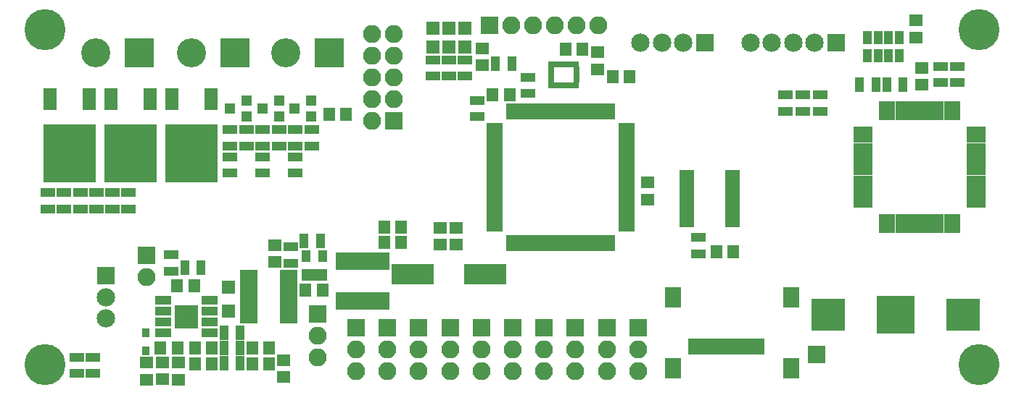
<source format=gbr>
G04 #@! TF.FileFunction,Soldermask,Top*
%FSLAX46Y46*%
G04 Gerber Fmt 4.6, Leading zero omitted, Abs format (unit mm)*
G04 Created by KiCad (PCBNEW 4.0.7) date 01/31/18 14:54:27*
%MOMM*%
%LPD*%
G01*
G04 APERTURE LIST*
%ADD10C,0.100000*%
%ADD11R,2.150000X2.150000*%
%ADD12C,2.150000*%
%ADD13R,3.900000X3.700000*%
%ADD14R,4.400000X4.400000*%
%ADD15R,4.900000X2.400000*%
%ADD16R,1.850000X2.400000*%
%ADD17R,1.200000X1.900000*%
%ADD18R,1.670000X0.806400*%
%ADD19R,1.900000X0.700000*%
%ADD20R,0.700000X1.900000*%
%ADD21R,1.650000X1.400000*%
%ADD22C,4.800000*%
%ADD23R,1.300000X1.200000*%
%ADD24R,1.900000X2.200000*%
%ADD25R,2.200000X1.900000*%
%ADD26R,1.400000X1.650000*%
%ADD27R,1.600000X1.600000*%
%ADD28R,2.100000X2.100000*%
%ADD29O,2.100000X2.100000*%
%ADD30R,3.400000X3.400000*%
%ADD31C,3.400000*%
%ADD32R,1.700000X1.100000*%
%ADD33R,1.100000X1.700000*%
%ADD34R,1.000000X1.500000*%
%ADD35R,0.850000X1.000000*%
%ADD36R,1.500000X1.500000*%
%ADD37R,6.300000X2.000000*%
%ADD38R,2.000000X6.300000*%
%ADD39R,1.950000X1.000000*%
%ADD40R,1.575000X1.575000*%
%ADD41R,1.050000X1.460000*%
%ADD42R,0.630000X0.750000*%
%ADD43R,0.750000X0.630000*%
%ADD44R,1.600000X2.600000*%
%ADD45R,6.200000X6.800000*%
G04 APERTURE END LIST*
D10*
D11*
X171221400Y-80314800D03*
D12*
X168721400Y-80314800D03*
X166221400Y-80314800D03*
X163721400Y-80314800D03*
X161221400Y-80314800D03*
D13*
X170281000Y-112141000D03*
X186081000Y-112141000D03*
D14*
X178181000Y-112141000D03*
D15*
X130284800Y-107340400D03*
X121784800Y-107340400D03*
D16*
X152205200Y-118406200D03*
X165955200Y-118406200D03*
X165955200Y-110106200D03*
X152205200Y-110106200D03*
D17*
X154580200Y-115806200D03*
X155680200Y-115806200D03*
X156780200Y-115806200D03*
X157880200Y-115806200D03*
X158980200Y-115806200D03*
X160080200Y-115806200D03*
X161180200Y-115806200D03*
X162280200Y-115806200D03*
D18*
X159131000Y-101447600D03*
X159131000Y-100812600D03*
X159131000Y-100152200D03*
X159131000Y-99491800D03*
X159131000Y-98856800D03*
X159131000Y-98196400D03*
X159131000Y-97536000D03*
X159131000Y-96901000D03*
X159131000Y-96240600D03*
X159131000Y-95605600D03*
X153797000Y-95605600D03*
X153797000Y-96240600D03*
X153797000Y-96901000D03*
X153797000Y-97536000D03*
X153797000Y-98196400D03*
X153797000Y-98856800D03*
X153797000Y-99491800D03*
X153797000Y-100152200D03*
X153797000Y-100812600D03*
X153797000Y-101447600D03*
D19*
X131339600Y-90012000D03*
X131339600Y-90512000D03*
X131339600Y-91012000D03*
X131339600Y-91512000D03*
X131339600Y-92012000D03*
X131339600Y-92512000D03*
X131339600Y-93012000D03*
X131339600Y-93512000D03*
X131339600Y-94012000D03*
X131339600Y-94512000D03*
X131339600Y-95012000D03*
X131339600Y-95512000D03*
X131339600Y-96012000D03*
X131339600Y-96512000D03*
X131339600Y-97012000D03*
X131339600Y-97512000D03*
X131339600Y-98012000D03*
X131339600Y-98512000D03*
X131339600Y-99012000D03*
X131339600Y-99512000D03*
X131339600Y-100012000D03*
X131339600Y-100512000D03*
X131339600Y-101012000D03*
X131339600Y-101512000D03*
X131339600Y-102012000D03*
D20*
X133039600Y-103712000D03*
X133539600Y-103712000D03*
X134039600Y-103712000D03*
X134539600Y-103712000D03*
X135039600Y-103712000D03*
X135539600Y-103712000D03*
X136039600Y-103712000D03*
X136539600Y-103712000D03*
X137039600Y-103712000D03*
X137539600Y-103712000D03*
X138039600Y-103712000D03*
X138539600Y-103712000D03*
X139039600Y-103712000D03*
X139539600Y-103712000D03*
X140039600Y-103712000D03*
X140539600Y-103712000D03*
X141039600Y-103712000D03*
X141539600Y-103712000D03*
X142039600Y-103712000D03*
X142539600Y-103712000D03*
X143039600Y-103712000D03*
X143539600Y-103712000D03*
X144039600Y-103712000D03*
X144539600Y-103712000D03*
X145039600Y-103712000D03*
D19*
X146739600Y-102012000D03*
X146739600Y-101512000D03*
X146739600Y-101012000D03*
X146739600Y-100512000D03*
X146739600Y-100012000D03*
X146739600Y-99512000D03*
X146739600Y-99012000D03*
X146739600Y-98512000D03*
X146739600Y-98012000D03*
X146739600Y-97512000D03*
X146739600Y-97012000D03*
X146739600Y-96512000D03*
X146739600Y-96012000D03*
X146739600Y-95512000D03*
X146739600Y-95012000D03*
X146739600Y-94512000D03*
X146739600Y-94012000D03*
X146739600Y-93512000D03*
X146739600Y-93012000D03*
X146739600Y-92512000D03*
X146739600Y-92012000D03*
X146739600Y-91512000D03*
X146739600Y-91012000D03*
X146739600Y-90512000D03*
X146739600Y-90012000D03*
D20*
X145039600Y-88312000D03*
X144539600Y-88312000D03*
X144039600Y-88312000D03*
X143539600Y-88312000D03*
X143039600Y-88312000D03*
X142539600Y-88312000D03*
X142039600Y-88312000D03*
X141539600Y-88312000D03*
X141039600Y-88312000D03*
X140539600Y-88312000D03*
X140039600Y-88312000D03*
X139539600Y-88312000D03*
X139039600Y-88312000D03*
X138539600Y-88312000D03*
X138039600Y-88312000D03*
X137539600Y-88312000D03*
X137039600Y-88312000D03*
X136539600Y-88312000D03*
X136039600Y-88312000D03*
X135539600Y-88312000D03*
X135039600Y-88312000D03*
X134539600Y-88312000D03*
X134039600Y-88312000D03*
X133539600Y-88312000D03*
X133039600Y-88312000D03*
D11*
X155905200Y-80314800D03*
D12*
X153405200Y-80314800D03*
X150905200Y-80314800D03*
X148405200Y-80314800D03*
D21*
X105714800Y-103952800D03*
X105714800Y-105952800D03*
D22*
X187909200Y-78790800D03*
X187909200Y-117983000D03*
X78867000Y-117983000D03*
D23*
X102422200Y-88948300D03*
X102422200Y-87048300D03*
X100422200Y-87998300D03*
X109978700Y-88948300D03*
X109978700Y-87048300D03*
X107978700Y-87998300D03*
D24*
X177175000Y-101469000D03*
X179075000Y-101469000D03*
X180975000Y-101469000D03*
X182875000Y-101469000D03*
X184775000Y-101469000D03*
D25*
X187575000Y-98669000D03*
X187575000Y-96769000D03*
X187575000Y-94869000D03*
X187575000Y-92969000D03*
X187575000Y-91069000D03*
D24*
X184775000Y-88269000D03*
X182875000Y-88269000D03*
X180975000Y-88269000D03*
X179075000Y-88269000D03*
X177175000Y-88269000D03*
D25*
X174375000Y-91069000D03*
X174375000Y-92969000D03*
X174375000Y-94869000D03*
X174375000Y-96769000D03*
X174375000Y-98669000D03*
D21*
X126847600Y-103920800D03*
X126847600Y-101920800D03*
X125018800Y-103920800D03*
X125018800Y-101920800D03*
X129895600Y-82940400D03*
X129895600Y-80940400D03*
D26*
X118481600Y-103657400D03*
X120481600Y-103657400D03*
D21*
X149225000Y-98637600D03*
X149225000Y-96637600D03*
D26*
X133105400Y-86385400D03*
X131105400Y-86385400D03*
X159242000Y-104724200D03*
X157242000Y-104724200D03*
D21*
X92608400Y-117694200D03*
X92608400Y-119694200D03*
X94488000Y-117719600D03*
X94488000Y-119719600D03*
D26*
X98383600Y-116052600D03*
X96383600Y-116052600D03*
X98383600Y-117856000D03*
X96383600Y-117856000D03*
D21*
X106730800Y-117414800D03*
X106730800Y-119414800D03*
X180568600Y-79689200D03*
X180568600Y-77689200D03*
X181229000Y-83226400D03*
X181229000Y-85226400D03*
D27*
X127914400Y-80805200D03*
X127914400Y-78605200D03*
X126034800Y-80805200D03*
X126034800Y-78605200D03*
X124155200Y-80805200D03*
X124155200Y-78605200D03*
D28*
X115189000Y-113665000D03*
D29*
X115189000Y-116205000D03*
X115189000Y-118745000D03*
D28*
X118846600Y-113665000D03*
D29*
X118846600Y-116205000D03*
X118846600Y-118745000D03*
D28*
X122504200Y-113665000D03*
D29*
X122504200Y-116205000D03*
X122504200Y-118745000D03*
D28*
X126161800Y-113665000D03*
D29*
X126161800Y-116205000D03*
X126161800Y-118745000D03*
D28*
X129819400Y-113665000D03*
D29*
X129819400Y-116205000D03*
X129819400Y-118745000D03*
D28*
X133477000Y-113665000D03*
D29*
X133477000Y-116205000D03*
X133477000Y-118745000D03*
D28*
X137134600Y-113665000D03*
D29*
X137134600Y-116205000D03*
X137134600Y-118745000D03*
D28*
X140792200Y-113665000D03*
D29*
X140792200Y-116205000D03*
X140792200Y-118745000D03*
D28*
X144449800Y-113665000D03*
D29*
X144449800Y-116205000D03*
X144449800Y-118745000D03*
D28*
X148107400Y-113665000D03*
D29*
X148107400Y-116205000D03*
X148107400Y-118745000D03*
D28*
X119583200Y-89458800D03*
D29*
X117043200Y-89458800D03*
X119583200Y-86918800D03*
X117043200Y-86918800D03*
X119583200Y-84378800D03*
X117043200Y-84378800D03*
X119583200Y-81838800D03*
X117043200Y-81838800D03*
X119583200Y-79298800D03*
X117043200Y-79298800D03*
D11*
X85979000Y-107569000D03*
D12*
X85979000Y-110069000D03*
X85979000Y-112569000D03*
D30*
X101041200Y-81508600D03*
D31*
X95961200Y-81508600D03*
D30*
X89865200Y-81508600D03*
D31*
X84785200Y-81508600D03*
D30*
X112090200Y-81508600D03*
D31*
X107010200Y-81508600D03*
D28*
X110718600Y-112014000D03*
D29*
X110718600Y-114554000D03*
X110718600Y-117094000D03*
D28*
X90703400Y-105156000D03*
D29*
X90703400Y-107696000D03*
D32*
X129336800Y-88935600D03*
X129336800Y-87035600D03*
D23*
X106232200Y-88948300D03*
X106232200Y-87048300D03*
X104232200Y-87998300D03*
D33*
X133360200Y-82778600D03*
X131460200Y-82778600D03*
X175879800Y-85217000D03*
X173979800Y-85217000D03*
X179029400Y-85217000D03*
X177129400Y-85217000D03*
D32*
X127914400Y-82311200D03*
X127914400Y-84211200D03*
X93573600Y-105120400D03*
X93573600Y-107020400D03*
D33*
X97089000Y-106654600D03*
X95189000Y-106654600D03*
D32*
X126034800Y-82311200D03*
X126034800Y-84211200D03*
X124155200Y-82311200D03*
X124155200Y-84211200D03*
X169341800Y-86400600D03*
X169341800Y-88300600D03*
X167335200Y-86426000D03*
X167335200Y-88326000D03*
X165328600Y-86426000D03*
X165328600Y-88326000D03*
X106184700Y-90477300D03*
X106184700Y-92377300D03*
X104279700Y-95552300D03*
X104279700Y-93652300D03*
X104279700Y-92377300D03*
X104279700Y-90477300D03*
X82981800Y-99730600D03*
X82981800Y-97830600D03*
X84861400Y-99730600D03*
X84861400Y-97830600D03*
X102374700Y-90477300D03*
X102374700Y-92377300D03*
X100469700Y-95552300D03*
X100469700Y-93652300D03*
X100469700Y-92377300D03*
X100469700Y-90477300D03*
X109994700Y-90477300D03*
X109994700Y-92377300D03*
X79171800Y-99730600D03*
X79171800Y-97830600D03*
X108089700Y-95552300D03*
X108089700Y-93652300D03*
X108089700Y-92377300D03*
X108089700Y-90477300D03*
X81051400Y-99730600D03*
X81051400Y-97830600D03*
X86741000Y-99730600D03*
X86741000Y-97830600D03*
X88620600Y-99730600D03*
X88620600Y-97830600D03*
X183464200Y-83047800D03*
X183464200Y-84947800D03*
X185343800Y-83047800D03*
X185343800Y-84947800D03*
X82600800Y-117083800D03*
X82600800Y-118983800D03*
X84480400Y-118983800D03*
X84480400Y-117083800D03*
D34*
X178612800Y-79654400D03*
X177362800Y-79654400D03*
X176112800Y-79654400D03*
X174862800Y-79654400D03*
X178612800Y-81854400D03*
X177362800Y-81854400D03*
X176112800Y-81854400D03*
X174862800Y-81854400D03*
D26*
X105063800Y-117856000D03*
X103063800Y-117856000D03*
X105063800Y-116027200D03*
X103063800Y-116027200D03*
D33*
X99761000Y-117830600D03*
X101661000Y-117830600D03*
X111033600Y-103479600D03*
X109133600Y-103479600D03*
D32*
X107543600Y-104206000D03*
X107543600Y-106106000D03*
D33*
X101661000Y-114223800D03*
X99761000Y-114223800D03*
X99761000Y-116052600D03*
X101661000Y-116052600D03*
D26*
X118481600Y-101879400D03*
X120481600Y-101879400D03*
X114030000Y-88696800D03*
X112030000Y-88696800D03*
D21*
X90728800Y-117719600D03*
X90728800Y-119719600D03*
D26*
X109286800Y-109220000D03*
X111286800Y-109220000D03*
X92370400Y-116052600D03*
X94370400Y-116052600D03*
X94300800Y-108712000D03*
X96300800Y-108712000D03*
D35*
X90652600Y-114266000D03*
X90652600Y-116366000D03*
D36*
X100330000Y-108937600D03*
X100330000Y-111737600D03*
D37*
X115925600Y-110554000D03*
X115925600Y-105854000D03*
D38*
X102628200Y-110007400D03*
X107328200Y-110007400D03*
D39*
X92677000Y-110464600D03*
X92677000Y-111734600D03*
X92677000Y-113004600D03*
X92677000Y-114274600D03*
X98077000Y-114274600D03*
X98077000Y-113004600D03*
X98077000Y-111734600D03*
X98077000Y-110464600D03*
D40*
X95964500Y-112957100D03*
X95964500Y-111782100D03*
X94789500Y-112957100D03*
X94789500Y-111782100D03*
D41*
X109387600Y-107424400D03*
X110337600Y-107424400D03*
X111287600Y-107424400D03*
X111287600Y-105224400D03*
X109387600Y-105224400D03*
D22*
X78867000Y-78790800D03*
D28*
X130810000Y-78282800D03*
D29*
X133350000Y-78282800D03*
X135890000Y-78282800D03*
X138430000Y-78282800D03*
X140970000Y-78282800D03*
X143510000Y-78282800D03*
D28*
X168986200Y-116789200D03*
D26*
X145126200Y-84277200D03*
X147126200Y-84277200D03*
D21*
X143383000Y-83397600D03*
X143383000Y-81397600D03*
D26*
X139639800Y-81051400D03*
X141639800Y-81051400D03*
D32*
X135229600Y-86243200D03*
X135229600Y-84343200D03*
D42*
X137915600Y-82798200D03*
D43*
X137945600Y-83378200D03*
X140895600Y-83378200D03*
X137945600Y-83808200D03*
X140895600Y-83808200D03*
X137945600Y-84238200D03*
X140895600Y-84238200D03*
X137945600Y-84668200D03*
X140895600Y-84668200D03*
D42*
X138345600Y-82798200D03*
X138775600Y-82798200D03*
X139205600Y-82798200D03*
X139635600Y-82798200D03*
X140065600Y-82798200D03*
X140495600Y-82798200D03*
X140925600Y-82798200D03*
X137915600Y-85248200D03*
X138345600Y-85248200D03*
X138775600Y-85248200D03*
X139205600Y-85248200D03*
X139635600Y-85248200D03*
X140065600Y-85248200D03*
X140495600Y-85248200D03*
X140925600Y-85248200D03*
D32*
X155117800Y-104988400D03*
X155117800Y-103088400D03*
D44*
X91141900Y-86909800D03*
X86581900Y-86909800D03*
D45*
X88861900Y-93209800D03*
D44*
X84029900Y-86909800D03*
X79469900Y-86909800D03*
D45*
X81749900Y-93209800D03*
D44*
X98253900Y-86909800D03*
X93693900Y-86909800D03*
D45*
X95973900Y-93209800D03*
M02*

</source>
